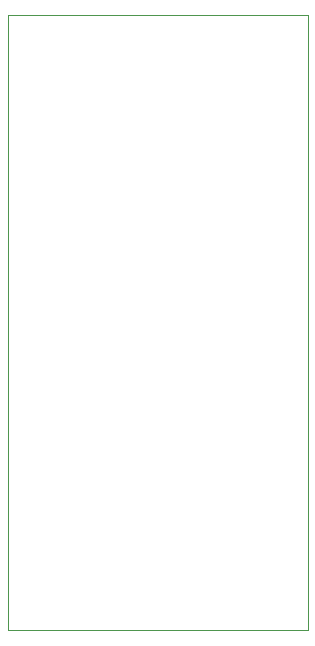
<source format=gbr>
G04 #@! TF.GenerationSoftware,KiCad,Pcbnew,(5.1.5)-3*
G04 #@! TF.CreationDate,2020-04-26T18:15:54+02:00*
G04 #@! TF.ProjectId,plcc44_adapter,706c6363-3434-45f6-9164-61707465722e,rev?*
G04 #@! TF.SameCoordinates,Original*
G04 #@! TF.FileFunction,Profile,NP*
%FSLAX46Y46*%
G04 Gerber Fmt 4.6, Leading zero omitted, Abs format (unit mm)*
G04 Created by KiCad (PCBNEW (5.1.5)-3) date 2020-04-26 18:15:54*
%MOMM*%
%LPD*%
G04 APERTURE LIST*
%ADD10C,0.050000*%
G04 APERTURE END LIST*
D10*
X185420000Y-52070000D02*
X160020000Y-52070000D01*
X185420000Y-104140000D02*
X185420000Y-52070000D01*
X160020000Y-104140000D02*
X185420000Y-104140000D01*
X160020000Y-52070000D02*
X160020000Y-104140000D01*
M02*

</source>
